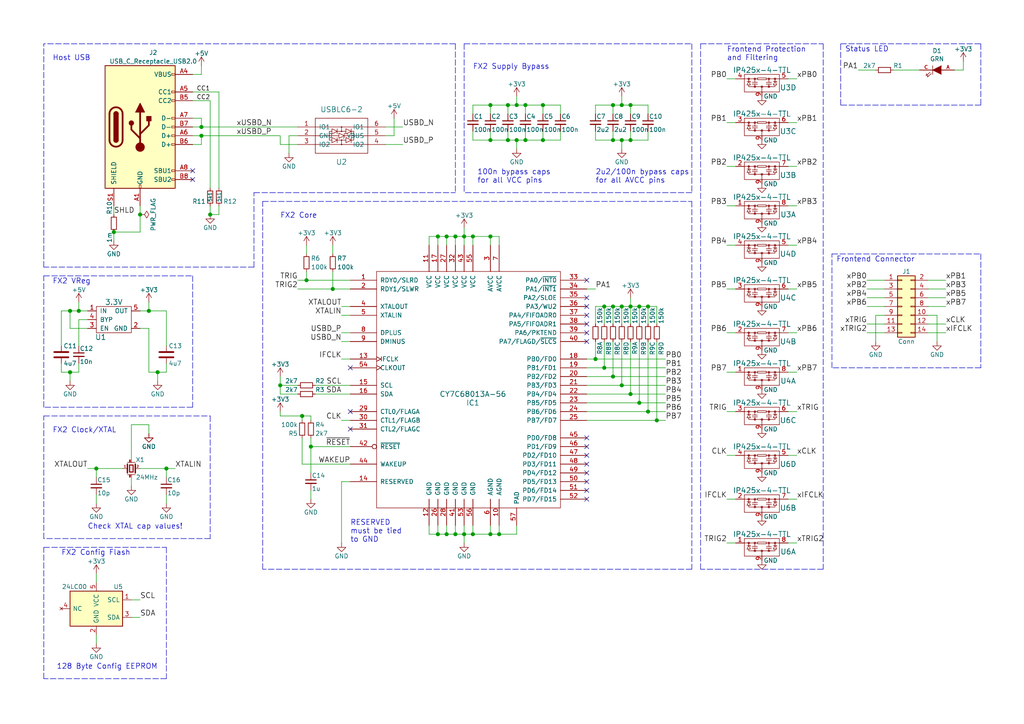
<source format=kicad_sch>
(kicad_sch (version 20230121) (generator eeschema)
  (paper "A4")
  (title_block (title "BitMagic-Basic") (rev "V1.1a") (company "1BitSquared") (comment 1 "License: CC-BY-SA V4.0") (comment 2 "(C) 2019-2020 1BitSquared <info@1bitsquared.com>") (comment 3 "(C) 2019-2020 Piotr Esden-Tempski <piotr@esden.net>"))
  (junction (at 180.34 40.64) (diameter 1.016))
  (junction (at 182.88 114.3) (diameter 1.016))
  (junction (at 177.8 109.22) (diameter 1.016))
  (junction (at 87.63 120.65) (diameter 1.016))
  (junction (at 185.42 88.9) (diameter 1.016))
  (junction (at 172.72 104.14) (diameter 1.016))
  (junction (at 182.88 40.64) (diameter 1.016))
  (junction (at 129.54 68.58) (diameter 1.016))
  (junction (at 58.42 36.83) (diameter 1.016))
  (junction (at 58.42 39.37) (diameter 1.016))
  (junction (at 40.64 62.23) (diameter 1.016))
  (junction (at 185.42 116.84) (diameter 1.016))
  (junction (at 177.8 88.9) (diameter 1.016))
  (junction (at 149.86 40.64) (diameter 1.016))
  (junction (at 187.96 119.38) (diameter 1.016))
  (junction (at 137.16 68.58) (diameter 1.016))
  (junction (at 96.52 83.82) (diameter 1.016))
  (junction (at 180.34 111.76) (diameter 1.016))
  (junction (at 152.4 30.48) (diameter 1.016))
  (junction (at 134.62 68.58) (diameter 1.016))
  (junction (at 27.94 135.89) (diameter 1.016))
  (junction (at 132.08 68.58) (diameter 1.016))
  (junction (at 177.8 30.48) (diameter 1.016))
  (junction (at 157.48 40.64) (diameter 1.016))
  (junction (at 142.24 154.94) (diameter 1.016))
  (junction (at 190.5 121.92) (diameter 1.016))
  (junction (at 132.08 154.94) (diameter 1.016))
  (junction (at 144.78 154.94) (diameter 1.016))
  (junction (at 127 68.58) (diameter 1.016))
  (junction (at 147.32 30.48) (diameter 1.016))
  (junction (at 142.24 30.48) (diameter 1.016))
  (junction (at 182.88 30.48) (diameter 1.016))
  (junction (at 90.17 129.54) (diameter 1.016))
  (junction (at 20.32 107.95) (diameter 1.016))
  (junction (at 60.96 62.23) (diameter 1.016))
  (junction (at 142.24 68.58) (diameter 1.016))
  (junction (at 149.86 30.48) (diameter 1.016))
  (junction (at 180.34 88.9) (diameter 1.016))
  (junction (at 20.32 90.17) (diameter 1.016))
  (junction (at 43.18 90.17) (diameter 1.016))
  (junction (at 175.26 88.9) (diameter 1.016))
  (junction (at 147.32 40.64) (diameter 1.016))
  (junction (at 88.9 81.28) (diameter 1.016))
  (junction (at 137.16 154.94) (diameter 1.016))
  (junction (at 134.62 154.94) (diameter 1.016))
  (junction (at 33.02 67.31) (diameter 1.016))
  (junction (at 180.34 30.48) (diameter 1.016))
  (junction (at 142.24 40.64) (diameter 1.016))
  (junction (at 175.26 106.68) (diameter 1.016))
  (junction (at 182.88 88.9) (diameter 1.016))
  (junction (at 177.8 40.64) (diameter 1.016))
  (junction (at 157.48 30.48) (diameter 1.016))
  (junction (at 81.28 111.76) (diameter 1.016))
  (junction (at 187.96 88.9) (diameter 1.016))
  (junction (at 129.54 154.94) (diameter 1.016))
  (junction (at 45.72 107.95) (diameter 1.016))
  (junction (at 127 154.94) (diameter 1.016))
  (junction (at 152.4 40.64) (diameter 1.016))
  (junction (at 22.86 90.17) (diameter 1.016))
  (junction (at 48.26 135.89) (diameter 1.016))
  (no_connect (at 170.18 99.06))
  (no_connect (at 170.18 144.78))
  (no_connect (at 55.88 49.53))
  (no_connect (at 170.18 134.62))
  (no_connect (at 101.6 106.68))
  (no_connect (at 170.18 88.9))
  (no_connect (at 170.18 93.98))
  (no_connect (at 170.18 139.7))
  (no_connect (at 170.18 91.44))
  (no_connect (at 170.18 142.24))
  (no_connect (at 170.18 81.28))
  (no_connect (at 170.18 137.16))
  (no_connect (at 170.18 129.54))
  (no_connect (at 170.18 132.08))
  (no_connect (at 170.18 86.36))
  (no_connect (at 170.18 127))
  (no_connect (at 170.18 96.52))
  (no_connect (at 101.6 119.38))
  (no_connect (at 55.88 52.07))
  (no_connect (at 101.6 124.46))
  (wire (pts (xy 101.6 104.14) (xy 99.06 104.14)))
  (wire (pts (xy 228.6 59.69) (xy 231.14 59.69)))
  (wire (pts (xy 254 91.44) (xy 254 99.06)))
  (wire (pts (xy 175.26 106.68) (xy 193.04 106.68)))
  (wire (pts (xy 213.36 132.08) (xy 210.82 132.08)))
  (polyline (pts (xy 12.7 120.65) (xy 60.96 120.65)) (stroke (width 0) (type dash)))
  (wire (pts (xy 142.24 40.64) (xy 147.32 40.64)))
  (wire (pts (xy 55.88 26.67) (xy 63.5 26.67)))
  (wire (pts (xy 45.72 107.95) (xy 48.26 107.95)))
  (wire (pts (xy 172.72 38.1) (xy 172.72 40.64)))
  (wire (pts (xy 269.24 96.52) (xy 274.32 96.52)))
  (wire (pts (xy 134.62 68.58) (xy 134.62 71.12)))
  (wire (pts (xy 256.54 81.28) (xy 251.46 81.28)))
  (polyline (pts (xy 200.66 12.7) (xy 200.66 55.88)) (stroke (width 0) (type dash)))
  (wire (pts (xy 228.6 107.95) (xy 231.14 107.95)))
  (wire (pts (xy 124.46 71.12) (xy 124.46 68.58)))
  (wire (pts (xy 58.42 21.59) (xy 58.42 19.05)))
  (wire (pts (xy 180.34 111.76) (xy 180.34 99.06)))
  (wire (pts (xy 20.32 107.95) (xy 20.32 110.49)))
  (wire (pts (xy 180.34 93.98) (xy 180.34 88.9)))
  (polyline (pts (xy 12.7 156.21) (xy 12.7 120.65)) (stroke (width 0) (type dash)))
  (wire (pts (xy 25.4 92.71) (xy 22.86 92.71)))
  (polyline (pts (xy 200.66 58.42) (xy 200.66 165.1)) (stroke (width 0) (type dash)))
  (wire (pts (xy 40.64 90.17) (xy 43.18 90.17)))
  (wire (pts (xy 185.42 88.9) (xy 187.96 88.9)))
  (wire (pts (xy 259.08 20.32) (xy 266.7 20.32)))
  (wire (pts (xy 81.28 39.37) (xy 81.28 41.91)))
  (polyline (pts (xy 284.48 12.7) (xy 284.48 30.48)) (stroke (width 0) (type dash)))
  (wire (pts (xy 17.78 90.17) (xy 17.78 100.33)))
  (wire (pts (xy 25.4 95.25) (xy 20.32 95.25)))
  (wire (pts (xy 17.78 105.41) (xy 17.78 107.95)))
  (wire (pts (xy 101.6 111.76) (xy 91.44 111.76)))
  (polyline (pts (xy 60.96 120.65) (xy 60.96 156.21)) (stroke (width 0) (type dash)))
  (wire (pts (xy 152.4 40.64) (xy 157.48 40.64)))
  (wire (pts (xy 99.06 139.7) (xy 99.06 157.48)))
  (wire (pts (xy 228.6 35.56) (xy 231.14 35.56)))
  (wire (pts (xy 170.18 121.92) (xy 190.5 121.92)))
  (wire (pts (xy 101.6 83.82) (xy 96.52 83.82)))
  (wire (pts (xy 88.9 73.66) (xy 88.9 71.12)))
  (wire (pts (xy 132.08 71.12) (xy 132.08 68.58)))
  (wire (pts (xy 187.96 40.64) (xy 187.96 38.1)))
  (wire (pts (xy 172.72 104.14) (xy 193.04 104.14)))
  (wire (pts (xy 43.18 123.19) (xy 43.18 125.73)))
  (polyline (pts (xy 73.66 77.47) (xy 73.66 55.88)) (stroke (width 0) (type dash)))
  (wire (pts (xy 43.18 107.95) (xy 45.72 107.95)))
  (wire (pts (xy 124.46 154.94) (xy 127 154.94)))
  (wire (pts (xy 40.64 95.25) (xy 43.18 95.25)))
  (polyline (pts (xy 12.7 80.01) (xy 55.88 80.01)) (stroke (width 0) (type dash)))
  (wire (pts (xy 170.18 106.68) (xy 175.26 106.68)))
  (wire (pts (xy 172.72 33.02) (xy 172.72 30.48)))
  (wire (pts (xy 101.6 91.44) (xy 99.06 91.44)))
  (wire (pts (xy 147.32 38.1) (xy 147.32 40.64)))
  (wire (pts (xy 228.6 144.78) (xy 231.14 144.78)))
  (wire (pts (xy 213.36 157.48) (xy 210.82 157.48)))
  (wire (pts (xy 187.96 30.48) (xy 187.96 33.02)))
  (wire (pts (xy 175.26 93.98) (xy 175.26 88.9)))
  (wire (pts (xy 142.24 68.58) (xy 144.78 68.58)))
  (wire (pts (xy 129.54 154.94) (xy 132.08 154.94)))
  (wire (pts (xy 101.6 121.92) (xy 99.06 121.92)))
  (polyline (pts (xy 48.26 158.75) (xy 48.26 196.85)) (stroke (width 0) (type dash)))
  (wire (pts (xy 132.08 68.58) (xy 134.62 68.58)))
  (wire (pts (xy 172.72 30.48) (xy 177.8 30.48)))
  (polyline (pts (xy 12.7 118.11) (xy 12.7 80.01)) (stroke (width 0) (type dash)))
  (polyline (pts (xy 203.2 165.1) (xy 203.2 12.7)) (stroke (width 0) (type dash)))
  (wire (pts (xy 58.42 39.37) (xy 81.28 39.37)))
  (wire (pts (xy 22.86 92.71) (xy 22.86 100.33)))
  (wire (pts (xy 182.88 30.48) (xy 187.96 30.48)))
  (wire (pts (xy 132.08 152.4) (xy 132.08 154.94)))
  (wire (pts (xy 58.42 36.83) (xy 86.36 36.83)))
  (wire (pts (xy 279.4 20.32) (xy 279.4 17.78)))
  (wire (pts (xy 185.42 116.84) (xy 193.04 116.84)))
  (wire (pts (xy 228.6 119.38) (xy 231.14 119.38)))
  (wire (pts (xy 142.24 33.02) (xy 142.24 30.48)))
  (wire (pts (xy 162.56 30.48) (xy 162.56 33.02)))
  (wire (pts (xy 172.72 88.9) (xy 175.26 88.9)))
  (wire (pts (xy 86.36 111.76) (xy 81.28 111.76)))
  (wire (pts (xy 177.8 88.9) (xy 180.34 88.9)))
  (wire (pts (xy 187.96 119.38) (xy 193.04 119.38)))
  (wire (pts (xy 48.26 135.89) (xy 48.26 138.43)))
  (wire (pts (xy 149.86 40.64) (xy 152.4 40.64)))
  (wire (pts (xy 27.94 184.15) (xy 27.94 186.69)))
  (wire (pts (xy 170.18 83.82) (xy 172.72 83.82)))
  (wire (pts (xy 137.16 71.12) (xy 137.16 68.58)))
  (wire (pts (xy 40.64 135.89) (xy 48.26 135.89)))
  (wire (pts (xy 101.6 88.9) (xy 99.06 88.9)))
  (wire (pts (xy 142.24 71.12) (xy 142.24 68.58)))
  (wire (pts (xy 63.5 26.67) (xy 63.5 54.61)))
  (wire (pts (xy 88.9 81.28) (xy 101.6 81.28)))
  (wire (pts (xy 256.54 88.9) (xy 251.46 88.9)))
  (wire (pts (xy 147.32 30.48) (xy 149.86 30.48)))
  (wire (pts (xy 180.34 40.64) (xy 180.34 43.18)))
  (wire (pts (xy 38.1 179.07) (xy 40.64 179.07)))
  (wire (pts (xy 182.88 88.9) (xy 182.88 93.98)))
  (wire (pts (xy 43.18 90.17) (xy 48.26 90.17)))
  (wire (pts (xy 248.92 20.32) (xy 254 20.32)))
  (wire (pts (xy 101.6 96.52) (xy 99.06 96.52)))
  (wire (pts (xy 177.8 109.22) (xy 177.8 99.06)))
  (wire (pts (xy 134.62 152.4) (xy 134.62 154.94)))
  (wire (pts (xy 127 154.94) (xy 129.54 154.94)))
  (polyline (pts (xy 284.48 30.48) (xy 243.84 30.48)) (stroke (width 0) (type dash)))
  (wire (pts (xy 129.54 68.58) (xy 132.08 68.58)))
  (wire (pts (xy 60.96 59.69) (xy 60.96 62.23)))
  (wire (pts (xy 63.5 59.69) (xy 63.5 62.23)))
  (polyline (pts (xy 238.76 12.7) (xy 238.76 165.1)) (stroke (width 0) (type dash)))
  (wire (pts (xy 134.62 68.58) (xy 137.16 68.58)))
  (wire (pts (xy 175.26 106.68) (xy 175.26 99.06)))
  (polyline (pts (xy 284.48 73.66) (xy 284.48 106.68)) (stroke (width 0) (type dash)))
  (wire (pts (xy 137.16 40.64) (xy 142.24 40.64)))
  (wire (pts (xy 213.36 48.26) (xy 210.82 48.26)))
  (wire (pts (xy 149.86 30.48) (xy 149.86 27.94)))
  (wire (pts (xy 175.26 88.9) (xy 177.8 88.9)))
  (wire (pts (xy 157.48 33.02) (xy 157.48 30.48)))
  (wire (pts (xy 55.88 39.37) (xy 58.42 39.37)))
  (wire (pts (xy 182.88 40.64) (xy 187.96 40.64)))
  (wire (pts (xy 38.1 138.43) (xy 38.1 140.97)))
  (polyline (pts (xy 132.08 12.7) (xy 12.7 12.7)) (stroke (width 0) (type dash)))
  (wire (pts (xy 213.36 107.95) (xy 210.82 107.95)))
  (wire (pts (xy 87.63 127) (xy 87.63 134.62)))
  (wire (pts (xy 87.63 120.65) (xy 87.63 121.92)))
  (wire (pts (xy 172.72 104.14) (xy 172.72 99.06)))
  (wire (pts (xy 137.16 154.94) (xy 142.24 154.94)))
  (wire (pts (xy 177.8 93.98) (xy 177.8 88.9)))
  (polyline (pts (xy 12.7 158.75) (xy 48.26 158.75)) (stroke (width 0) (type dash)))
  (wire (pts (xy 101.6 99.06) (xy 99.06 99.06)))
  (wire (pts (xy 88.9 78.74) (xy 88.9 81.28)))
  (wire (pts (xy 271.78 91.44) (xy 271.78 99.06)))
  (wire (pts (xy 269.24 81.28) (xy 274.32 81.28)))
  (wire (pts (xy 269.24 86.36) (xy 274.32 86.36)))
  (wire (pts (xy 213.36 83.82) (xy 210.82 83.82)))
  (wire (pts (xy 20.32 95.25) (xy 20.32 90.17)))
  (wire (pts (xy 33.02 67.31) (xy 33.02 69.85)))
  (wire (pts (xy 269.24 83.82) (xy 274.32 83.82)))
  (polyline (pts (xy 76.2 58.42) (xy 200.66 58.42)) (stroke (width 0) (type dash)))
  (wire (pts (xy 190.5 121.92) (xy 193.04 121.92)))
  (wire (pts (xy 190.5 88.9) (xy 190.5 93.98)))
  (wire (pts (xy 101.6 139.7) (xy 99.06 139.7)))
  (polyline (pts (xy 134.62 12.7) (xy 134.62 55.88)) (stroke (width 0) (type dash)))
  (wire (pts (xy 170.18 104.14) (xy 172.72 104.14)))
  (polyline (pts (xy 76.2 165.1) (xy 76.2 58.42)) (stroke (width 0) (type dash)))
  (wire (pts (xy 87.63 120.65) (xy 90.17 120.65)))
  (wire (pts (xy 228.6 96.52) (xy 231.14 96.52)))
  (wire (pts (xy 190.5 121.92) (xy 190.5 99.06)))
  (wire (pts (xy 182.88 114.3) (xy 193.04 114.3)))
  (polyline (pts (xy 55.88 118.11) (xy 12.7 118.11)) (stroke (width 0) (type dash)))
  (wire (pts (xy 40.64 59.69) (xy 40.64 62.23)))
  (wire (pts (xy 22.86 107.95) (xy 22.86 105.41)))
  (wire (pts (xy 81.28 109.22) (xy 81.28 111.76)))
  (wire (pts (xy 60.96 29.21) (xy 60.96 54.61)))
  (wire (pts (xy 213.36 96.52) (xy 210.82 96.52)))
  (wire (pts (xy 58.42 39.37) (xy 58.42 41.91)))
  (wire (pts (xy 213.36 71.12) (xy 210.82 71.12)))
  (wire (pts (xy 177.8 33.02) (xy 177.8 30.48)))
  (wire (pts (xy 20.32 90.17) (xy 22.86 90.17)))
  (wire (pts (xy 172.72 93.98) (xy 172.72 88.9)))
  (wire (pts (xy 22.86 90.17) (xy 22.86 87.63)))
  (wire (pts (xy 152.4 30.48) (xy 157.48 30.48)))
  (wire (pts (xy 83.82 39.37) (xy 83.82 44.45)))
  (wire (pts (xy 48.26 90.17) (xy 48.26 100.33)))
  (wire (pts (xy 90.17 129.54) (xy 90.17 137.16)))
  (wire (pts (xy 162.56 40.64) (xy 162.56 38.1)))
  (wire (pts (xy 43.18 90.17) (xy 43.18 87.63)))
  (wire (pts (xy 111.76 36.83) (xy 116.84 36.83)))
  (wire (pts (xy 48.26 135.89) (xy 50.8 135.89)))
  (wire (pts (xy 170.18 109.22) (xy 177.8 109.22)))
  (wire (pts (xy 187.96 88.9) (xy 190.5 88.9)))
  (wire (pts (xy 213.36 119.38) (xy 210.82 119.38)))
  (wire (pts (xy 157.48 30.48) (xy 162.56 30.48)))
  (wire (pts (xy 124.46 68.58) (xy 127 68.58)))
  (wire (pts (xy 180.34 30.48) (xy 180.34 27.94)))
  (wire (pts (xy 22.86 90.17) (xy 25.4 90.17)))
  (wire (pts (xy 177.8 30.48) (xy 180.34 30.48)))
  (wire (pts (xy 149.86 154.94) (xy 149.86 152.4)))
  (wire (pts (xy 185.42 116.84) (xy 185.42 99.06)))
  (wire (pts (xy 17.78 107.95) (xy 20.32 107.95)))
  (wire (pts (xy 87.63 134.62) (xy 101.6 134.62)))
  (wire (pts (xy 256.54 91.44) (xy 254 91.44)))
  (wire (pts (xy 213.36 144.78) (xy 210.82 144.78)))
  (wire (pts (xy 142.24 154.94) (xy 144.78 154.94)))
  (polyline (pts (xy 200.66 165.1) (xy 76.2 165.1)) (stroke (width 0) (type dash)))
  (wire (pts (xy 256.54 86.36) (xy 251.46 86.36)))
  (wire (pts (xy 25.4 135.89) (xy 27.94 135.89)))
  (wire (pts (xy 137.16 152.4) (xy 137.16 154.94)))
  (wire (pts (xy 137.16 38.1) (xy 137.16 40.64)))
  (wire (pts (xy 157.48 40.64) (xy 162.56 40.64)))
  (wire (pts (xy 172.72 40.64) (xy 177.8 40.64)))
  (polyline (pts (xy 134.62 12.7) (xy 200.66 12.7)) (stroke (width 0) (type dash)))
  (wire (pts (xy 269.24 93.98) (xy 274.32 93.98)))
  (wire (pts (xy 101.6 129.54) (xy 90.17 129.54)))
  (wire (pts (xy 269.24 91.44) (xy 271.78 91.44)))
  (wire (pts (xy 180.34 111.76) (xy 193.04 111.76)))
  (wire (pts (xy 33.02 59.69) (xy 33.02 62.23)))
  (wire (pts (xy 256.54 93.98) (xy 251.46 93.98)))
  (wire (pts (xy 81.28 120.65) (xy 87.63 120.65)))
  (wire (pts (xy 144.78 154.94) (xy 144.78 152.4)))
  (wire (pts (xy 137.16 30.48) (xy 142.24 30.48)))
  (wire (pts (xy 129.54 152.4) (xy 129.54 154.94)))
  (wire (pts (xy 137.16 33.02) (xy 137.16 30.48)))
  (polyline (pts (xy 60.96 156.21) (xy 12.7 156.21)) (stroke (width 0) (type dash)))
  (wire (pts (xy 137.16 68.58) (xy 142.24 68.58)))
  (wire (pts (xy 40.64 67.31) (xy 33.02 67.31)))
  (wire (pts (xy 38.1 123.19) (xy 43.18 123.19)))
  (wire (pts (xy 213.36 22.86) (xy 210.82 22.86)))
  (wire (pts (xy 90.17 142.24) (xy 90.17 144.78)))
  (wire (pts (xy 60.96 62.23) (xy 63.5 62.23)))
  (wire (pts (xy 177.8 38.1) (xy 177.8 40.64)))
  (wire (pts (xy 81.28 119.38) (xy 81.28 120.65)))
  (polyline (pts (xy 203.2 12.7) (xy 238.76 12.7)) (stroke (width 0) (type dash)))
  (wire (pts (xy 182.88 33.02) (xy 182.88 30.48)))
  (wire (pts (xy 134.62 154.94) (xy 137.16 154.94)))
  (wire (pts (xy 86.36 81.28) (xy 88.9 81.28)))
  (wire (pts (xy 142.24 152.4) (xy 142.24 154.94)))
  (wire (pts (xy 177.8 109.22) (xy 193.04 109.22)))
  (polyline (pts (xy 55.88 80.01) (xy 55.88 118.11)) (stroke (width 0) (type dash)))
  (polyline (pts (xy 132.08 12.7) (xy 132.08 55.88)) (stroke (width 0) (type dash)))
  (wire (pts (xy 86.36 39.37) (xy 83.82 39.37)))
  (wire (pts (xy 81.28 111.76) (xy 81.28 114.3)))
  (wire (pts (xy 177.8 40.64) (xy 180.34 40.64)))
  (wire (pts (xy 213.36 59.69) (xy 210.82 59.69)))
  (wire (pts (xy 114.3 39.37) (xy 114.3 34.29)))
  (wire (pts (xy 55.88 29.21) (xy 60.96 29.21)))
  (wire (pts (xy 55.88 41.91) (xy 58.42 41.91)))
  (wire (pts (xy 55.88 36.83) (xy 58.42 36.83)))
  (wire (pts (xy 81.28 41.91) (xy 86.36 41.91)))
  (wire (pts (xy 124.46 152.4) (xy 124.46 154.94)))
  (wire (pts (xy 228.6 132.08) (xy 231.14 132.08)))
  (wire (pts (xy 38.1 173.99) (xy 40.64 173.99)))
  (wire (pts (xy 134.62 66.04) (xy 134.62 68.58)))
  (wire (pts (xy 129.54 71.12) (xy 129.54 68.58)))
  (polyline (pts (xy 284.48 106.68) (xy 241.3 106.68)) (stroke (width 0) (type dash)))
  (wire (pts (xy 43.18 95.25) (xy 43.18 107.95)))
  (wire (pts (xy 27.94 143.51) (xy 27.94 146.05)))
  (wire (pts (xy 134.62 154.94) (xy 134.62 157.48)))
  (wire (pts (xy 40.64 62.23) (xy 40.64 67.31)))
  (wire (pts (xy 127 68.58) (xy 129.54 68.58)))
  (wire (pts (xy 142.24 38.1) (xy 142.24 40.64)))
  (wire (pts (xy 111.76 41.91) (xy 116.84 41.91)))
  (wire (pts (xy 27.94 135.89) (xy 35.56 135.89)))
  (wire (pts (xy 180.34 40.64) (xy 182.88 40.64)))
  (wire (pts (xy 149.86 30.48) (xy 152.4 30.48)))
  (wire (pts (xy 170.18 116.84) (xy 185.42 116.84)))
  (polyline (pts (xy 73.66 55.88) (xy 132.08 55.88)) (stroke (width 0) (type dash)))
  (wire (pts (xy 170.18 119.38) (xy 187.96 119.38)))
  (polyline (pts (xy 12.7 77.47) (xy 12.7 12.7)) (stroke (width 0) (type dash)))
  (wire (pts (xy 55.88 21.59) (xy 58.42 21.59)))
  (wire (pts (xy 185.42 93.98) (xy 185.42 88.9)))
  (wire (pts (xy 228.6 22.86) (xy 231.14 22.86)))
  (wire (pts (xy 182.88 88.9) (xy 185.42 88.9)))
  (wire (pts (xy 256.54 96.52) (xy 251.46 96.52)))
  (wire (pts (xy 101.6 114.3) (xy 91.44 114.3)))
  (wire (pts (xy 228.6 83.82) (xy 231.14 83.82)))
  (wire (pts (xy 55.88 34.29) (xy 58.42 34.29)))
  (wire (pts (xy 228.6 71.12) (xy 231.14 71.12)))
  (polyline (pts (xy 73.66 77.47) (xy 12.7 77.47)) (stroke (width 0) (type dash)))
  (wire (pts (xy 149.86 40.64) (xy 149.86 43.18)))
  (wire (pts (xy 38.1 133.35) (xy 38.1 123.19)))
  (wire (pts (xy 182.88 114.3) (xy 182.88 99.06)))
  (polyline (pts (xy 241.3 106.68) (xy 241.3 73.66)) (stroke (width 0) (type dash)))
  (wire (pts (xy 269.24 88.9) (xy 274.32 88.9)))
  (wire (pts (xy 27.94 168.91) (xy 27.94 166.37)))
  (wire (pts (xy 276.86 20.32) (xy 279.4 20.32)))
  (wire (pts (xy 17.78 90.17) (xy 20.32 90.17)))
  (wire (pts (xy 187.96 119.38) (xy 187.96 99.06)))
  (wire (pts (xy 45.72 107.95) (xy 45.72 110.49)))
  (wire (pts (xy 228.6 48.26) (xy 231.14 48.26)))
  (wire (pts (xy 144.78 68.58) (xy 144.78 71.12)))
  (wire (pts (xy 111.76 39.37) (xy 114.3 39.37)))
  (wire (pts (xy 180.34 30.48) (xy 182.88 30.48)))
  (wire (pts (xy 147.32 40.64) (xy 149.86 40.64)))
  (wire (pts (xy 96.52 71.12) (xy 96.52 73.66)))
  (polyline (pts (xy 12.7 196.85) (xy 12.7 158.75)) (stroke (width 0) (type dash)))
  (wire (pts (xy 144.78 154.94) (xy 149.86 154.94)))
  (wire (pts (xy 127 152.4) (xy 127 154.94)))
  (wire (pts (xy 48.26 107.95) (xy 48.26 105.41)))
  (wire (pts (xy 187.96 93.98) (xy 187.96 88.9)))
  (wire (pts (xy 180.34 88.9) (xy 182.88 88.9)))
  (wire (pts (xy 96.52 83.82) (xy 96.52 78.74)))
  (wire (pts (xy 213.36 35.56) (xy 210.82 35.56)))
  (wire (pts (xy 96.52 83.82) (xy 86.36 83.82)))
  (wire (pts (xy 90.17 127) (xy 90.17 129.54)))
  (wire (pts (xy 48.26 143.51) (xy 48.26 146.05)))
  (polyline (pts (xy 238.76 165.1) (xy 203.2 165.1)) (stroke (width 0) (type dash)))
  (wire (pts (xy 228.6 157.48) (xy 231.14 157.48)))
  (wire (pts (xy 147.32 33.02) (xy 147.32 30.48)))
  (wire (pts (xy 170.18 114.3) (xy 182.88 114.3)))
  (polyline (pts (xy 241.3 73.66) (xy 284.48 73.66)) (stroke (width 0) (type dash)))
  (wire (pts (xy 27.94 135.89) (xy 27.94 138.43)))
  (wire (pts (xy 182.88 38.1) (xy 182.88 40.64)))
  (polyline (pts (xy 243.84 12.7) (xy 284.48 12.7)) (stroke (width 0) (type dash)))
  (polyline (pts (xy 200.66 55.88) (xy 134.62 55.88)) (stroke (width 0) (type dash)))
  (wire (pts (xy 152.4 38.1) (xy 152.4 40.64)))
  (wire (pts (xy 182.88 86.36) (xy 182.88 88.9)))
  (wire (pts (xy 142.24 30.48) (xy 147.32 30.48)))
  (wire (pts (xy 81.28 114.3) (xy 86.36 114.3)))
  (wire (pts (xy 152.4 33.02) (xy 152.4 30.48)))
  (wire (pts (xy 127 71.12) (xy 127 68.58)))
  (wire (pts (xy 256.54 83.82) (xy 251.46 83.82)))
  (wire (pts (xy 90.17 120.65) (xy 90.17 121.92)))
  (wire (pts (xy 132.08 154.94) (xy 134.62 154.94)))
  (wire (pts (xy 157.48 38.1) (xy 157.48 40.64)))
  (polyline (pts (xy 243.84 30.48) (xy 243.84 12.7)) (stroke (width 0) (type dash)))
  (wire (pts (xy 170.18 111.76) (xy 180.34 111.76)))
  (wire (pts (xy 58.42 36.83) (xy 58.42 34.29)))
  (polyline (pts (xy 48.26 196.85) (xy 12.7 196.85)) (stroke (width 0) (type dash)))
  (wire (pts (xy 20.32 107.95) (xy 22.86 107.95)))
  (text "100n bypass caps\nfor all VCC pins" (at 138.43 53.34 0) (effects (font (size 1.524 1.524)) (justify left bottom)))
  (text "FX2 Core" (at 81.28 63.5 0) (effects (font (size 1.524 1.524)) (justify left bottom)))
  (text "Check XTAL cap values!" (at 25.4 153.67 0) (effects (font (size 1.524 1.524)) (justify left bottom)))
  (text "Host USB" (at 15.24 17.78 0) (effects (font (size 1.524 1.524)) (justify left bottom)))
  (text "RESERVED\nmust be tied\nto GND" (at 101.6 157.48 0) (effects (font (size 1.524 1.524)) (justify left bottom)))
  (text "FX2 Clock/XTAL" (at 15.24 125.73 0) (effects (font (size 1.524 1.524)) (justify left bottom)))
  (text "Status LED" (at 245.11 15.24 0) (effects (font (size 1.524 1.524)) (justify left bottom)))
  (text "Frontend Connector" (at 242.57 76.2 0) (effects (font (size 1.524 1.524)) (justify left bottom)))
  (text "128 Byte Config EEPROM" (at 45.72 194.31 0) (effects (font (size 1.524 1.524)) (justify right bottom)))
  (text "2u2/100n bypass caps\nfor all AVCC pins" (at 172.72 53.34 0) (effects (font (size 1.524 1.524)) (justify left bottom)))
  (text "Frontend Protection\nand Filtering" (at 210.82 17.78 0) (effects (font (size 1.524 1.524)) (justify left bottom)))
  (text "FX2 VReg" (at 15.24 82.55 0) (effects (font (size 1.524 1.524)) (justify left bottom)))
  (text "FX2 Supply Bypass" (at 137.16 20.32 0) (effects (font (size 1.524 1.524)) (justify left bottom)))
  (text "FX2 Config Flash" (at 17.78 161.29 0) (effects (font (size 1.524 1.524)) (justify left bottom)))
  (label "CLK" (at 210.82 132.08 180) (effects (font (size 1.524 1.524))))
  (label "CC1" (at 60.96 26.67 180))
  (label "xCLK" (at 274.32 93.98 0) (effects (font (size 1.524 1.524))))
  (label "CLK" (at 99.06 121.92 180) (effects (font (size 1.524 1.524))))
  (label "xTRIG" (at 251.46 93.98 180) (effects (font (size 1.524 1.524))))
  (label "xPB4" (at 251.46 86.36 180) (effects (font (size 1.524 1.524))))
  (label "XTALIN" (at 50.8 135.89 0) (effects (font (size 1.524 1.524))))
  (label "xPB7" (at 231.14 107.95 0) (effects (font (size 1.524 1.524))))
  (label "PB3" (at 193.04 111.76 0) (effects (font (size 1.524 1.524))))
  (label "xPB1" (at 231.14 35.56 0) (effects (font (size 1.524 1.524))))
  (label "xPB1" (at 274.32 81.28 0) (effects (font (size 1.524 1.524))))
  (label "PB3" (at 210.82 59.69 180) (effects (font (size 1.524 1.524))))
  (label "PB2" (at 210.82 48.26 180) (effects (font (size 1.524 1.524))))
  (label "xCLK" (at 231.14 132.08 0) (effects (font (size 1.524 1.524))))
  (label "PB5" (at 210.82 83.82 180) (effects (font (size 1.524 1.524))))
  (label "PB1" (at 210.82 35.56 180) (effects (font (size 1.524 1.524))))
  (label "PB1" (at 193.04 106.68 0) (effects (font (size 1.524 1.524))))
  (label "USBD_P" (at 116.84 41.91 0) (effects (font (size 1.524 1.524))))
  (label "xPB7" (at 274.32 88.9 0) (effects (font (size 1.524 1.524))))
  (label "xPB3" (at 231.14 59.69 0) (effects (font (size 1.524 1.524))))
  (label "xIFCLK" (at 231.14 144.78 0) (effects (font (size 1.524 1.524))))
  (label "PB0" (at 210.82 22.86 180) (effects (font (size 1.524 1.524))))
  (label "USBD_N" (at 99.06 99.06 180) (effects (font (size 1.524 1.524))))
  (label "xTRIG" (at 231.14 119.38 0) (effects (font (size 1.524 1.524))))
  (label "xPB0" (at 231.14 22.86 0) (effects (font (size 1.524 1.524))))
  (label "PB7" (at 193.04 121.92 0) (effects (font (size 1.524 1.524))))
  (label "xTRIG2" (at 231.14 157.48 0) (effects (font (size 1.524 1.524))))
  (label "xPB2" (at 231.14 48.26 0) (effects (font (size 1.524 1.524))))
  (label "XTALOUT" (at 25.4 135.89 180) (effects (font (size 1.524 1.524))))
  (label "xPB4" (at 231.14 71.12 0) (effects (font (size 1.524 1.524))))
  (label "xPB3" (at 274.32 83.82 0) (effects (font (size 1.524 1.524))))
  (label "~{RESET}" (at 101.6 129.54 180) (effects (font (size 1.524 1.524))))
  (label "xUSBD_P" (at 68.58 39.37 0) (effects (font (size 1.524 1.524))))
  (label "PB0" (at 193.04 104.14 0) (effects (font (size 1.524 1.524))))
  (label "xPB6" (at 231.14 96.52 0) (effects (font (size 1.524 1.524))))
  (label "xPB5" (at 274.32 86.36 0) (effects (font (size 1.524 1.524))))
  (label "PB6" (at 193.04 119.38 0) (effects (font (size 1.524 1.524))))
  (label "PB6" (at 210.82 96.52 180) (effects (font (size 1.524 1.524))))
  (label "xPB5" (at 231.14 83.82 0) (effects (font (size 1.524 1.524))))
  (label "PB5" (at 193.04 116.84 0) (effects (font (size 1.524 1.524))))
  (label "TRIG" (at 86.36 81.28 180) (effects (font (size 1.524 1.524))))
  (label "TRIG2" (at 210.82 157.48 180) (effects (font (size 1.524 1.524))))
  (label "PB2" (at 193.04 109.22 0) (effects (font (size 1.524 1.524))))
  (label "WAKEUP" (at 101.6 134.62 180) (effects (font (size 1.524 1.524))))
  (label "PB7" (at 210.82 107.95 180) (effects (font (size 1.524 1.524))))
  (label "SCL" (at 40.64 173.99 0) (effects (font (size 1.524 1.524))))
  (label "IFCLK" (at 99.06 104.14 180) (effects (font (size 1.524 1.524))))
  (label "IFCLK" (at 210.82 144.78 180) (effects (font (size 1.524 1.524))))
  (label "xUSBD_N" (at 68.58 36.83 0) (effects (font (size 1.524 1.524))))
  (label "PA1" (at 172.72 83.82 0) (effects (font (size 1.524 1.524))))
  (label "PA1" (at 248.92 20.32 180) (effects (font (size 1.524 1.524))))
  (label "xTRIG2" (at 251.46 96.52 180) (effects (font (size 1.524 1.524))))
  (label "XTALIN" (at 99.06 91.44 180) (effects (font (size 1.524 1.524))))
  (label "PB4" (at 193.04 114.3 0) (effects (font (size 1.524 1.524))))
  (label "XTALOUT" (at 99.06 88.9 180) (effects (font (size 1.524 1.524))))
  (label "SDA" (at 99.06 114.3 180) (effects (font (size 1.524 1.524))))
  (label "PB4" (at 210.82 71.12 180) (effects (font (size 1.524 1.524))))
  (label "SDA" (at 40.64 179.07 0) (effects (font (size 1.524 1.524))))
  (label "xPB0" (at 251.46 81.28 180) (effects (font (size 1.524 1.524))))
  (label "xPB6" (at 251.46 88.9 180) (effects (font (size 1.524 1.524))))
  (label "USBD_N" (at 116.84 36.83 0) (effects (font (size 1.524 1.524))))
  (label "TRIG2" (at 86.36 83.82 180) (effects (font (size 1.524 1.524))))
  (label "xPB2" (at 251.46 83.82 180) (effects (font (size 1.524 1.524))))
  (label "xIFCLK" (at 274.32 96.52 0) (effects (font (size 1.524 1.524))))
  (label "TRIG" (at 210.82 119.38 180) (effects (font (size 1.524 1.524))))
  (label "SHLD" (at 33.02 62.23 0) (effects (font (size 1.524 1.524))))
  (label "USBD_P" (at 99.06 96.52 180) (effects (font (size 1.524 1.524))))
  (label "CC2" (at 60.96 29.21 180))
  (label "SCL" (at 99.06 111.76 180) (effects (font (size 1.524 1.524))))
  (symbol (lib_id "pkl_cypress:CY7C68013A-56") (at 137.16 114.3 0) (unit 1)
    (property "Reference" "IC1" (at 137.16 116.84 0) (effects (font (size 1.524 1.524))))
    (property "Value" "CY7C68013A-56" (at 137.16 114.3 0) (effects (font (size 1.524 1.524))))
    (property "Footprint" "pkl_housings_dfn_qfn:QFN-56-1EP_8x8mm_Pitch0.5mm" (effects hide))
    (property "Key" "ic-cy7c68013a-56" (effects hide))
    (property "Source" "ANY" (effects hide))
    (property "MFN" "CY768013A-56" (effects hide))
    (property "Manufacturer" "Cypress" (effects hide))
  )
  (symbol (lib_id "pkl_device:pkl_C_Small") (at 90.17 139.7 0) (unit 1)
    (property "Reference" "C14" (at 90.424 137.922 0) (effects (justify left)))
    (property "Value" "1u" (at 90.424 141.732 0) (effects (justify left)))
    (property "Footprint" "pkl_dipol:C_0402" (effects hide))
    (property "Key" "cap-cer-0402-1u" (effects hide))
    (property "Source" "ANY" (effects hide))
  )
  (symbol (lib_id "pkl_device:pkl_R_Small") (at 88.9 111.76 270) (unit 1)
    (property "Reference" "R2" (at 91.44 110.49 90) (effects (justify left)))
    (property "Value" "2k7" (at 86.36 110.49 90) (effects (justify right)))
    (property "Footprint" "pkl_dipol:R_0402" (effects hide))
    (property "Key" "res-0402-2k7" (effects hide))
    (property "Source" "ANY" (effects hide))
  )
  (symbol (lib_id "power:+3V3") (at 134.62 66.04 0) (unit 1)
    (property "Reference" "#PWR01" (effects hide))
    (property "Value" "+3V3" (at 134.62 62.484 0))
  )
  (symbol (lib_id "pkl_device:pkl_R_Small") (at 88.9 114.3 270) (unit 1)
    (property "Reference" "R3" (at 91.44 113.03 90) (effects (justify left)))
    (property "Value" "2k7" (at 86.36 113.03 90) (effects (justify right)))
    (property "Footprint" "pkl_dipol:R_0402" (effects hide))
    (property "Key" "res-0402-2k7" (effects hide))
    (property "Source" "ANY" (effects hide))
  )
  (symbol (lib_id "power:+3V3") (at 81.28 109.22 0) (unit 1)
    (property "Reference" "#PWR02" (effects hide))
    (property "Value" "+3V3" (at 81.28 105.664 0))
  )
  (symbol (lib_id "pkl_device:pkl_R_Small") (at 90.17 124.46 180) (unit 1)
    (property "Reference" "R4" (at 91.44 123.19 0) (effects (justify right)))
    (property "Value" "2k7" (at 91.44 125.73 0) (effects (justify right)))
    (property "Footprint" "pkl_dipol:R_0402" (effects hide))
    (property "Key" "res-0402-2k7" (effects hide))
    (property "Source" "ANY" (effects hide))
  )
  (symbol (lib_id "pkl_device:pkl_R_Small") (at 87.63 124.46 180) (unit 1)
    (property "Reference" "R5" (at 86.36 125.73 0) (effects (justify left)))
    (property "Value" "100k" (at 86.36 123.19 0) (effects (justify left)))
    (property "Footprint" "pkl_dipol:R_0402" (effects hide))
    (property "Key" "res-0402-100k" (effects hide))
    (property "Source" "ANY" (effects hide))
  )
  (symbol (lib_id "power:+3V3") (at 81.28 119.38 0) (unit 1)
    (property "Reference" "#PWR03" (effects hide))
    (property "Value" "+3V3" (at 81.28 115.824 0))
  )
  (symbol (lib_id "power:GND") (at 90.17 144.78 0) (unit 1)
    (property "Reference" "#PWR04" (effects hide))
    (property "Value" "GND" (at 90.17 148.59 0))
  )
  (symbol (lib_id "power:GND") (at 99.06 157.48 0) (unit 1)
    (property "Reference" "#PWR05" (effects hide))
    (property "Value" "GND" (at 99.06 161.29 0))
  )
  (symbol (lib_id "power:GND") (at 134.62 157.48 0) (unit 1)
    (property "Reference" "#PWR06" (effects hide))
    (property "Value" "GND" (at 134.62 161.29 0))
  )
  (symbol (lib_id "pkl_device:pkl_LED") (at 271.78 20.32 0) (mirror y) (unit 1)
    (property "Reference" "D1" (at 271.78 14.732 0))
    (property "Value" "GRN" (at 271.78 17.0942 0))
    (property "Footprint" "pkl_dipol:D_0603" (effects hide))
    (property "Key" "led-0603-grn" (effects hide))
    (property "Source" "ANY" (effects hide))
    (property "Description" "150mcd @ 5mA" (effects hide))
    (property "MFN" "ORH-G36A" (effects hide))
    (property "Manufacturer" "Orient" (effects hide))
  )
  (symbol (lib_id "pkl_device:pkl_R_Small") (at 256.54 20.32 270) (unit 1)
    (property "Reference" "R1" (at 259.08 19.05 90) (effects (justify left)))
    (property "Value" "2k7" (at 254 19.05 90) (effects (justify right)))
    (property "Footprint" "pkl_dipol:R_0402" (effects hide))
    (property "Key" "res-0402-2k7" (effects hide))
    (property "Source" "ANY" (effects hide))
  )
  (symbol (lib_id "power:+5V") (at 58.42 19.05 0) (unit 1)
    (property "Reference" "#PWR08" (effects hide))
    (property "Value" "+5V" (at 58.42 15.494 0))
  )
  (symbol (lib_id "power:GND") (at 33.02 69.85 0) (unit 1)
    (property "Reference" "#PWR09" (effects hide))
    (property "Value" "GND" (at 33.02 73.66 0))
  )
  (symbol (lib_id "pkl_device:pkl_VREG_5PIN_FIXED") (at 33.02 92.71 0) (unit 1)
    (property "Reference" "U1" (at 29.21 97.79 0) (effects (font (size 1.524 1.524))))
    (property "Value" "3.3V" (at 33.02 87.63 0) (effects (font (size 1.524 1.524))))
    (property "Footprint" "pkl_housings_sot:SOT-23-5" (effects hide))
    (property "Key" "vreg-sot23-5-3v3" (effects hide))
    (property "Source" "ANY" (effects hide))
    (property "MFN" "SPX3819M5-L-3-3/TR" (effects hide))
    (property "Manufacturer" "MaxLinear" (effects hide))
  )
  (symbol (lib_id "pkl_device:pkl_C") (at 17.78 102.87 0) (unit 1)
    (property "Reference" "C11" (at 18.415 100.33 0) (effects (justify left)))
    (property "Value" "4u7" (at 18.415 105.41 0) (effects (justify left)))
    (property "Footprint" "pkl_dipol:C_0603" (effects hide))
    (property "Key" "cap-cer-0603-4u7" (effects hide))
    (property "Source" "ANY" (effects hide))
  )
  (symbol (lib_id "pkl_device:pkl_C_Small") (at 22.86 102.87 0) (unit 1)
    (property "Reference" "C12" (at 23.114 101.092 0) (effects (justify left)))
    (property "Value" "10n" (at 23.114 104.902 0) (effects (justify left)))
    (property "Footprint" "pkl_dipol:C_0402" (effects hide))
    (property "Key" "cap-cer-0402-10n" (effects hide))
    (property "Source" "ANY" (effects hide))
  )
  (symbol (lib_id "power:GND") (at 20.32 110.49 0) (unit 1)
    (property "Reference" "#PWR010" (effects hide))
    (property "Value" "GND" (at 20.32 114.3 0))
  )
  (symbol (lib_id "pkl_device:pkl_C") (at 48.26 102.87 0) (unit 1)
    (property "Reference" "C13" (at 48.895 100.33 0) (effects (justify left)))
    (property "Value" "4u7" (at 48.895 105.41 0) (effects (justify left)))
    (property "Footprint" "pkl_dipol:C_0603" (effects hide))
    (property "Key" "cap-cer-0603-4u7" (effects hide))
    (property "Source" "ANY" (effects hide))
  )
  (symbol (lib_id "power:GND") (at 45.72 110.49 0) (unit 1)
    (property "Reference" "#PWR011" (effects hide))
    (property "Value" "GND" (at 45.72 114.3 0))
  )
  (symbol (lib_id "power:+5V") (at 22.86 87.63 0) (unit 1)
    (property "Reference" "#PWR012" (effects hide))
    (property "Value" "+5V" (at 22.86 84.074 0))
  )
  (symbol (lib_id "power:+3V3") (at 43.18 87.63 0) (unit 1)
    (property "Reference" "#PWR013" (effects hide))
    (property "Value" "+3V3" (at 43.18 84.074 0))
  )
  (symbol (lib_id "pkl_device:pkl_C_Small") (at 137.16 35.56 0) (unit 1)
    (property "Reference" "C1" (at 137.414 33.782 0) (effects (justify left)))
    (property "Value" "100n" (at 137.414 37.592 0) (effects (justify left)))
    (property "Footprint" "pkl_dipol:C_0402" (effects hide))
    (property "Key" "cap-cer-0402-100n" (effects hide))
    (property "Source" "ANY" (effects hide))
  )
  (symbol (lib_id "pkl_device:pkl_C_Small") (at 142.24 35.56 0) (unit 1)
    (property "Reference" "C2" (at 142.494 33.782 0) (effects (justify left)))
    (property "Value" "100n" (at 142.494 37.592 0) (effects (justify left)))
    (property "Footprint" "pkl_dipol:C_0402" (effects hide))
    (property "Key" "cap-cer-0402-100n" (effects hide))
    (property "Source" "ANY" (effects hide))
  )
  (symbol (lib_id "pkl_device:pkl_C_Small") (at 147.32 35.56 0) (unit 1)
    (property "Reference" "C3" (at 147.574 33.782 0) (effects (justify left)))
    (property "Value" "100n" (at 147.574 37.592 0) (effects (justify left)))
    (property "Footprint" "pkl_dipol:C_0402" (effects hide))
    (property "Key" "cap-cer-0402-100n" (effects hide))
    (property "Source" "ANY" (effects hide))
  )
  (symbol (lib_id "pkl_device:pkl_C_Small") (at 152.4 35.56 0) (unit 1)
    (property "Reference" "C4" (at 152.654 33.782 0) (effects (justify left)))
    (property "Value" "100n" (at 152.654 37.592 0) (effects (justify left)))
    (property "Footprint" "pkl_dipol:C_0402" (effects hide))
    (property "Key" "cap-cer-0402-100n" (effects hide))
    (property "Source" "ANY" (effects hide))
  )
  (symbol (lib_id "pkl_device:pkl_C_Small") (at 157.48 35.56 0) (unit 1)
    (property "Reference" "C5" (at 157.734 33.782 0) (effects (justify left)))
    (property "Value" "100n" (at 157.734 37.592 0) (effects (justify left)))
    (property "Footprint" "pkl_dipol:C_0402" (effects hide))
    (property "Key" "cap-cer-0402-100n" (effects hide))
    (property "Source" "ANY" (effects hide))
  )
  (symbol (lib_id "pkl_device:pkl_C_Small") (at 162.56 35.56 0) (unit 1)
    (property "Reference" "C6" (at 162.814 33.782 0) (effects (justify left)))
    (property "Value" "100n" (at 162.814 37.592 0) (effects (justify left)))
    (property "Footprint" "pkl_dipol:C_0402" (effects hide))
    (property "Key" "cap-cer-0402-100n" (effects hide))
    (property "Source" "ANY" (effects hide))
  )
  (symbol (lib_id "power:+3V3") (at 149.86 27.94 0) (unit 1)
    (property "Reference" "#PWR014" (effects hide))
    (property "Value" "+3V3" (at 149.86 24.384 0))
  )
  (symbol (lib_id "power:GND") (at 149.86 43.18 0) (unit 1)
    (property "Reference" "#PWR015" (effects hide))
    (property "Value" "GND" (at 149.86 46.99 0))
  )
  (symbol (lib_id "pkl_device:pkl_C_Small") (at 182.88 35.56 0) (unit 1)
    (property "Reference" "C9" (at 183.134 33.782 0) (effects (justify left)))
    (property "Value" "100n" (at 183.134 37.592 0) (effects (justify left)))
    (property "Footprint" "pkl_dipol:C_0402" (effects hide))
    (property "Key" "cap-cer-0402-100n" (effects hide))
    (property "Source" "ANY" (effects hide))
  )
  (symbol (lib_id "pkl_device:pkl_C_Small") (at 187.96 35.56 0) (unit 1)
    (property "Reference" "C10" (at 188.214 33.782 0) (effects (justify left)))
    (property "Value" "100n" (at 188.214 37.592 0) (effects (justify left)))
    (property "Footprint" "pkl_dipol:C_0402" (effects hide))
    (property "Key" "cap-cer-0402-100n" (effects hide))
    (property "Source" "ANY" (effects hide))
  )
  (symbol (lib_id "pkl_device:pkl_C_Small") (at 177.8 35.56 0) (unit 1)
    (property "Reference" "C8" (at 178.054 33.782 0) (effects (justify left)))
    (property "Value" "2u2" (at 178.054 37.592 0) (effects (justify left)))
    (property "Footprint" "pkl_dipol:C_0402" (effects hide))
    (property "Key" "cap-cer-0402-2u2" (effects hide))
    (property "Source" "ANY" (effects hide))
  )
  (symbol (lib_id "pkl_device:pkl_C_Small") (at 172.72 35.56 0) (unit 1)
    (property "Reference" "C7" (at 172.974 33.782 0) (effects (justify left)))
    (property "Value" "2u2" (at 172.974 37.592 0) (effects (justify left)))
    (property "Footprint" "pkl_dipol:C_0402" (effects hide))
    (property "Key" "cap-cer-0402-2u2" (effects hide))
    (property "Source" "ANY" (effects hide))
  )
  (symbol (lib_id "power:+3V3") (at 180.34 27.94 0) (unit 1)
    (property "Reference" "#PWR016" (effects hide))
    (property "Value" "+3V3" (at 180.34 24.384 0))
  )
  (symbol (lib_id "power:GND") (at 180.34 43.18 0) (unit 1)
    (property "Reference" "#PWR017" (effects hide))
    (property "Value" "GND" (at 180.34 46.99 0))
  )
  (symbol (lib_id "pkl_device:pkl_XTAL_XGXG") (at 38.1 135.89 0) (unit 1)
    (property "Reference" "X1" (at 40.64 133.35 0))
    (property "Value" "24MHz" (at 39.37 138.43 0) (effects (justify left)))
    (property "Footprint" "pkl_misc:ABM8" (effects hide))
    (property "Key" "xtal-abm8-24mhz" (effects hide))
    (property "Source" "ANY" (effects hide))
    (property "MFN" "JF4024M00009T8188070" (effects hide))
    (property "Manufacturer" "JWT" (effects hide))
  )
  (symbol (lib_id "power:GND") (at 38.1 140.97 0) (unit 1)
    (property "Reference" "#PWR018" (effects hide))
    (property "Value" "GND" (at 38.1 144.78 0))
  )
  (symbol (lib_id "power:GND") (at 43.18 125.73 0) (unit 1)
    (property "Reference" "#PWR019" (effects hide))
    (property "Value" "GND" (at 43.18 129.54 0))
  )
  (symbol (lib_id "power:GND") (at 43.18 125.73 0) (unit 1)
    (property "Reference" "#PWR020" (effects hide))
    (property "Value" "GND" (at 43.18 129.54 0))
  )
  (symbol (lib_id "pkl_device:pkl_C_Small") (at 48.26 140.97 0) (unit 1)
    (property "Reference" "C16" (at 48.514 139.192 0) (effects (justify left)))
    (property "Value" "10p" (at 48.514 143.002 0) (effects (justify left)))
    (property "Footprint" "pkl_dipol:C_0402" (effects hide))
    (property "Key" "cap-cer-0402-10p" (effects hide))
    (property "Source" "ANY" (effects hide))
  )
  (symbol (lib_id "pkl_device:pkl_C_Small") (at 27.94 140.97 0) (unit 1)
    (property "Reference" "C15" (at 28.194 139.192 0) (effects (justify left)))
    (property "Value" "10p" (at 28.194 143.002 0) (effects (justify left)))
    (property "Footprint" "pkl_dipol:C_0402" (effects hide))
    (property "Key" "cap-cer-0402-10p" (effects hide))
    (property "Source" "ANY" (effects hide))
  )
  (symbol (lib_id "power:GND") (at 27.94 146.05 0) (unit 1)
    (property "Reference" "#PWR021" (effects hide))
    (property "Value" "GND" (at 27.94 149.86 0))
  )
  (symbol (lib_id "power:GND") (at 48.26 146.05 0) (unit 1)
    (property "Reference" "#PWR022" (effects hide))
    (property "Value" "GND" (at 48.26 149.86 0))
  )
  (symbol (lib_id "Connector_Generic:Conn_02x07_Odd_Even") (at 261.62 88.9 0) (unit 1)
    (property "Reference" "J1" (at 262.89 78.74 0))
    (property "Value" "Conn" (at 262.89 99.06 0))
    (property "Footprint" "Connector_PinHeader_1.27mm:PinHeader_2x07_P1.27mm_Vertical_SMD" (effects hide))
    (property "Key" "conn-smd-ftsh-107-01-f-dv-k" (effects hide))
    (property "Manufacturer" "Samtec" (effects hide))
    (property "MFN" "FTSH-107-01-F-DV-K-P-TR" (effects hide))
    (property "Source" "ANY" (effects hide))
  )
  (symbol (lib_id "power:GND") (at 254 99.06 0) (unit 1)
    (property "Reference" "#PWR023" (effects hide))
    (property "Value" "GND" (at 254 102.87 0))
  )
  (symbol (lib_id "power:GND") (at 271.78 99.06 0) (unit 1)
    (property "Reference" "#PWR024" (effects hide))
    (property "Value" "GND" (at 271.78 102.87 0))
  )
  (symbol (lib_id "pkl_misc:USBLC6-2") (at 99.06 39.37 0) (unit 1)
    (property "Reference" "U2" (at 99.06 46.99 0) (effects (font (size 1.524 1.524))))
    (property "Value" "USBLC6-2" (at 99.06 31.75 0) (effects (font (size 1.524 1.524))))
    (property "Footprint" "pkl_housings_sot:SOT-666" (effects hide))
    (property "Key" "tvs-diode-sot666" (effects hide))
    (property "Source" "ANY" (effects hide))
    (property "MFN" "USBLC6-2P6" (effects hide))
    (property "Manufacturer" "STM" (effects hide))
  )
  (symbol (lib_id "power:+5V") (at 114.3 34.29 0) (unit 1)
    (property "Reference" "#PWR025" (effects hide))
    (property "Value" "+5V" (at 114.3 30.734 0))
  )
  (symbol (lib_id "power:GND") (at 83.82 44.45 0) (unit 1)
    (property "Reference" "#PWR026" (effects hide))
    (property "Value" "GND" (at 83.82 48.26 0))
  )
  (symbol (lib_id "pkl_device:pkl_R4_Small") (at 172.72 96.52 180) (unit 1)
    (property "Reference" "R8" (at 173.99 99.06 90) (effects (justify left)))
    (property "Value" "150k" (at 173.99 93.98 90) (effects (justify right)))
    (property "Footprint" "pkl_dipol:R_Array_Convex_4x0402" (effects hide))
    (property "Key" "res-0402cv-array-4-150k" (effects hide))
    (property "Source" "ANY" (effects hide))
    (property "Description" "Quad 0402 Convex Array" (effects hide))
  )
  (symbol (lib_id "pkl_device:pkl_R4_Small") (at 175.26 96.52 180) (unit 2)
    (property "Reference" "R8" (at 176.53 99.06 90) (effects (justify left)))
    (property "Value" "150k" (at 176.53 93.98 90) (effects (justify right)))
    (property "Footprint" "pkl_dipol:R_Array_Convex_4x0402" (effects hide))
    (property "Key" "res-0402cv-array-4-150k" (effects hide))
    (property "Source" "ANY" (effects hide))
    (property "Description" "Quad 0402 Convex Array" (effects hide))
  )
  (symbol (lib_id "pkl_device:pkl_R4_Small") (at 177.8 96.52 180) (unit 3)
    (property "Reference" "R8" (at 179.07 99.06 90) (effects (justify left)))
    (property "Value" "150k" (at 179.07 93.98 90) (effects (justify right)))
    (property "Footprint" "pkl_dipol:R_Array_Convex_4x0402" (effects hide))
    (property "Key" "res-0402cv-array-4-150k" (effects hide))
    (property "Source" "ANY" (effects hide))
    (property "Description" "Quad 0402 Convex Array" (effects hide))
  )
  (symbol (lib_id "pkl_device:pkl_R4_Small") (at 180.34 96.52 180) (unit 4)
    (property "Reference" "R8" (at 181.61 99.06 90) (effects (justify left)))
    (property "Value" "150k" (at 181.61 93.98 90) (effects (justify right)))
    (property "Footprint" "pkl_dipol:R_Array_Convex_4x0402" (effects hide))
    (property "Key" "res-0402cv-array-4-150k" (effects hide))
    (property "Source" "ANY" (effects hide))
    (property "Description" "Quad 0402 Convex Array" (effects hide))
  )
  (symbol (lib_id "pkl_device:pkl_R4_Small") (at 182.88 96.52 180) (unit 1)
    (property "Reference" "R9" (at 184.15 99.06 90) (effects (justify left)))
    (property "Value" "150k" (at 184.15 93.98 90) (effects (justify right)))
    (property "Footprint" "pkl_dipol:R_Array_Convex_4x0402" (effects hide))
    (property "Key" "res-0402cv-array-4-150k" (effects hide))
    (property "Source" "ANY" (effects hide))
    (property "Description" "Quad 0402 Convex Array" (effects hide))
  )
  (symbol (lib_id "pkl_device:pkl_R4_Small") (at 185.42 96.52 180) (unit 2)
    (property "Reference" "R9" (at 186.69 99.06 90) (effects (justify left)))
    (property "Value" "150k" (at 186.69 93.98 90) (effects (justify right)))
    (property "Footprint" "pkl_dipol:R_Array_Convex_4x0402" (effects hide))
    (property "Key" "res-0402cv-array-4-150k" (effects hide))
    (property "Source" "ANY" (effects hide))
    (property "Description" "Quad 0402 Convex Array" (effects hide))
  )
  (symbol (lib_id "pkl_device:pkl_R4_Small") (at 187.96 96.52 180) (unit 3)
    (property "Reference" "R9" (at 189.23 99.06 90) (effects (justify left)))
    (property "Value" "150k" (at 189.23 93.98 90) (effects (justify right)))
    (property "Footprint" "pkl_dipol:R_Array_Convex_4x0402" (effects hide))
    (property "Key" "res-0402cv-array-4-150k" (effects hide))
    (property "Source" "ANY" (effects hide))
    (property "Description" "Quad 0402 Convex Array" (effects hide))
  )
  (symbol (lib_id "pkl_device:pkl_R4_Small") (at 190.5 96.52 180) (unit 4)
    (property "Reference" "R9" (at 191.77 99.06 90) (effects (justify left)))
    (property "Value" "150k" (at 191.77 93.98 90) (effects (justify right)))
    (property "Footprint" "pkl_dipol:R_Array_Convex_4x0402" (effects hide))
    (property "Key" "res-0402cv-array-4-150k" (effects hide))
    (property "Source" "ANY" (effects hide))
    (property "Description" "Quad 0402 Convex Array" (effects hide))
  )
  (symbol (lib_id "power:+3V3") (at 182.88 86.36 0) (unit 1)
    (property "Reference" "#PWR027" (effects hide))
    (property "Value" "+3V3" (at 182.88 82.804 0))
  )
  (symbol (lib_id "pkl_memory:pkl_24LC00") (at 27.94 176.53 0) (mirror y) (unit 1)
    (property "Reference" "U5" (at 34.29 170.18 0))
    (property "Value" "24LC00" (at 21.59 170.18 0))
    (property "Footprint" "pkl_housings_sot:SOT-23-5" (effects hide))
    (property "Key" "ic-sot-23-5-128-eeprom" (effects hide))
    (property "Characteristics" "128 byte" (effects hide))
    (property "Description" "24LC00 128byte eeprom" (effects hide))
    (property "Source" "ANY" (effects hide))
    (property "MFN" "24LC00T-I/OT" (effects hide))
    (property "Manufacturer" "Microchip" (effects hide))
  )
  (symbol (lib_id "power:+3V3") (at 27.94 166.37 0) (unit 1)
    (property "Reference" "#PWR028" (effects hide))
    (property "Value" "+3V3" (at 27.94 162.814 0))
  )
  (symbol (lib_id "power:GND") (at 27.94 186.69 0) (unit 1)
    (property "Reference" "#PWR029" (effects hide))
    (property "Value" "GND" (at 27.94 190.5 0))
  )
  (symbol (lib_id "power:PWR_FLAG") (at 40.64 62.23 270) (unit 1)
    (property "Reference" "#FLG030" (effects hide))
    (property "Value" "PWR_FLAG" (at 44.45 62.23 0))
  )
  (symbol (lib_id "pkl_device:pkl_R_Small") (at 33.02 64.77 0) (unit 1)
    (property "Reference" "R10" (at 31.75 62.23 90) (effects (justify left)))
    (property "Value" "1m" (at 31.75 67.31 90) (effects (justify right)))
    (property "Footprint" "pkl_dipol:R_0402" (effects hide))
    (property "Key" "res-0402-1m" (effects hide))
    (property "Source" "ANY" (effects hide))
  )
  (symbol (lib_id "pkl_misc:IP425x-4-TTL") (at 220.98 59.69 0) (unit 1)
    (property "Reference" "U3" (at 228.6 62.23 0) (effects (font (size 1.524 1.524))))
    (property "Value" "IP425x-4-TTL" (at 220.98 57.15 0) (effects (font (size 1.524 1.524))))
    (property "Footprint" "pkl_housings_dfn_qfn:DFN-8-1EP_1.35x1.7mm_Pitch0.4mm" (effects hide))
    (property "Key" "filter-dfn8-IP425x" (effects hide))
    (property "Description" "Quad ESD EMI filter 800MHz" (effects hide))
    (property "Source" "ANY" (effects hide))
    (property "MFN" "IP4254CZ8-4-TTL" (effects hide))
    (property "Manufacturer" "Nexperia" (effects hide))
  )
  (symbol (lib_id "pkl_misc:IP425x-4-TTL") (at 220.98 48.26 0) (unit 2)
    (property "Reference" "U3" (at 228.6 50.8 0) (effects (font (size 1.524 1.524))))
    (property "Value" "IP425x-4-TTL" (at 220.98 45.72 0) (effects (font (size 1.524 1.524))))
    (property "Footprint" "pkl_housings_dfn_qfn:DFN-8-1EP_1.35x1.7mm_Pitch0.4mm" (effects hide))
    (property "Key" "filter-dfn8-IP425x" (effects hide))
    (property "Description" "Quad ESD EMI filter 800MHz" (effects hide))
    (property "Source" "ANY" (effects hide))
    (property "MFN" "IP4254CZ8-4-TTL" (effects hide))
    (property "Manufacturer" "Nexperia" (effects hide))
  )
  (symbol (lib_id "pkl_misc:IP425x-4-TTL") (at 220.98 35.56 0) (unit 3)
    (property "Reference" "U3" (at 228.6 38.1 0) (effects (font (size 1.524 1.524))))
    (property "Value" "IP425x-4-TTL" (at 220.98 33.02 0) (effects (font (size 1.524 1.524))))
    (property "Footprint" "pkl_housings_dfn_qfn:DFN-8-1EP_1.35x1.7mm_Pitch0.4mm" (effects hide))
    (property "Key" "filter-dfn8-IP425x" (effects hide))
    (property "Description" "Quad ESD EMI filter 800MHz" (effects hide))
    (property "Source" "ANY" (effects hide))
    (property "MFN" "IP4254CZ8-4-TTL" (effects hide))
    (property "Manufacturer" "Nexperia" (effects hide))
  )
  (symbol (lib_id "power:GND") (at 220.98 27.94 0) (unit 1)
    (property "Reference" "#PWR031" (effects hide))
    (property "Value" "GND" (at 223.52 27.94 0))
  )
  (symbol (lib_id "power:GND") (at 220.98 40.64 0) (unit 1)
    (property "Reference" "#PWR032" (effects hide))
    (property "Value" "GND" (at 223.52 40.64 0))
  )
  (symbol (lib_id "power:GND") (at 220.98 53.34 0) (unit 1)
    (property "Reference" "#PWR033" (effects hide))
    (property "Value" "GND" (at 223.52 53.34 0))
  )
  (symbol (lib_id "pkl_misc:IP425x-4-TTL") (at 220.98 22.86 0) (unit 4)
    (property "Reference" "U3" (at 228.6 25.4 0) (effects (font (size 1.524 1.524))))
    (property "Value" "IP425x-4-TTL" (at 220.98 20.32 0) (effects (font (size 1.524 1.524))))
    (property "Footprint" "pkl_housings_dfn_qfn:DFN-8-1EP_1.35x1.7mm_Pitch0.4mm" (effects hide))
    (property "Key" "filter-dfn8-IP425x" (effects hide))
    (property "Description" "Quad ESD EMI filter 800MHz" (effects hide))
    (property "Source" "ANY" (effects hide))
    (property "MFN" "IP4254CZ8-4-TTL" (effects hide))
    (property "Manufacturer" "Nexperia" (effects hide))
  )
  (symbol (lib_id "power:GND") (at 220.98 64.77 0) (unit 1)
    (property "Reference" "#PWR034" (effects hide))
    (property "Value" "GND" (at 223.52 64.77 0))
  )
  (symbol (lib_id "pkl_misc:IP425x-4-TTL") (at 220.98 107.95 0) (unit 1)
    (property "Reference" "U4" (at 228.6 110.49 0) (effects (font (size 1.524 1.524))))
    (property "Value" "IP425x-4-TTL" (at 220.98 105.41 0) (effects (font (size 1.524 1.524))))
    (property "Footprint" "pkl_housings_dfn_qfn:DFN-8-1EP_1.35x1.7mm_Pitch0.4mm" (effects hide))
    (property "Key" "filter-dfn8-IP425x" (effects hide))
    (property "Description" "Quad ESD EMI filter 800MHz" (effects hide))
    (property "Source" "ANY" (effects hide))
    (property "MFN" "IP4254CZ8-4-TTL" (effects hide))
    (property "Manufacturer" "Nexperia" (effects hide))
  )
  (symbol (lib_id "pkl_misc:IP425x-4-TTL") (at 220.98 96.52 0) (unit 2)
    (property "Reference" "U4" (at 228.6 99.06 0) (effects (font (size 1.524 1.524))))
    (property "Value" "IP425x-4-TTL" (at 220.98 93.98 0) (effects (font (size 1.524 1.524))))
    (property "Footprint" "pkl_housings_dfn_qfn:DFN-8-1EP_1.35x1.7mm_Pitch0.4mm" (effects hide))
    (property "Key" "filter-dfn8-IP425x" (effects hide))
    (property "Description" "Quad ESD EMI filter 800MHz" (effects hide))
    (property "Source" "ANY" (effects hide))
    (property "MFN" "IP4254CZ8-4-TTL" (effects hide))
    (property "Manufacturer" "Nexperia" (effects hide))
  )
  (symbol (lib_id "pkl_misc:IP425x-4-TTL") (at 220.98 83.82 0) (unit 3)
    (property "Reference" "U4" (at 228.6 86.36 0) (effects (font (size 1.524 1.524))))
    (property "Value" "IP425x-4-TTL" (at 220.98 81.28 0) (effects (font (size 1.524 1.524))))
    (property "Footprint" "pkl_housings_dfn_qfn:DFN-8-1EP_1.35x1.7mm_Pitch0.4mm" (effects hide))
    (property "Key" "filter-dfn8-IP425x" (effects hide))
    (property "Description" "Quad ESD EMI filter 800MHz" (effects hide))
    (property "Source" "ANY" (effects hide))
    (property "MFN" "IP4254CZ8-4-TTL" (effects hide))
    (property "Manufacturer" "Nexperia" (effects hide))
  )
  (symbol (lib_id "power:GND") (at 220.98 76.2 0) (unit 1)
    (property "Reference" "#PWR035" (effects hide))
    (property "Value" "GND" (at 223.52 76.2 0))
  )
  (symbol (lib_id "power:GND") (at 220.98 88.9 0) (unit 1)
    (property "Reference" "#PWR036" (effects hide))
    (property "Value" "GND" (at 223.52 88.9 0))
  )
  (symbol (lib_id "power:GND") (at 220.98 101.6 0) (unit 1)
    (property "Reference" "#PWR037" (effects hide))
    (property "Value" "GND" (at 223.52 101.6 0))
  )
  (symbol (lib_id "pkl_misc:IP425x-4-TTL") (at 220.98 71.12 0) (unit 4)
    (property "Reference" "U4" (at 228.6 73.66 0) (effects (font (size 1.524 1.524))))
    (property "Value" "IP425x-4-TTL" (at 220.98 68.58 0) (effects (font (size 1.524 1.524))))
    (property "Footprint" "pkl_housings_dfn_qfn:DFN-8-1EP_1.35x1.7mm_Pitch0.4mm" (effects hide))
    (property "Key" "filter-dfn8-IP425x" (effects hide))
    (property "Description" "Quad ESD EMI filter 800MHz" (effects hide))
    (property "Source" "ANY" (effects hide))
    (property "MFN" "IP4254CZ8-4-TTL" (effects hide))
    (property "Manufacturer" "Nexperia" (effects hide))
  )
  (symbol (lib_id "power:GND") (at 220.98 113.03 0) (unit 1)
    (property "Reference" "#PWR038" (effects hide))
    (property "Value" "GND" (at 223.52 113.03 0))
  )
  (symbol (lib_id "pkl_misc:IP425x-4-TTL") (at 220.98 157.48 0) (unit 1)
    (property "Reference" "U6" (at 228.6 160.02 0) (effects (font (size 1.524 1.524))))
    (property "Value" "IP425x-4-TTL" (at 220.98 154.94 0) (effects (font (size 1.524 1.524))))
    (property "Footprint" "pkl_housings_dfn_qfn:DFN-8-1EP_1.35x1.7mm_Pitch0.4mm" (effects hide))
    (property "Key" "filter-dfn8-IP425x" (effects hide))
    (property "Description" "Quad ESD EMI filter 800MHz" (effects hide))
    (property "Source" "ANY" (effects hide))
    (property "MFN" "IP4254CZ8-4-TTL" (effects hide))
    (property "Manufacturer" "Nexperia" (effects hide))
  )
  (symbol (lib_id "pkl_misc:IP425x-4-TTL") (at 220.98 119.38 0) (unit 3)
    (property "Reference" "U6" (at 228.6 121.92 0) (effects (font (size 1.524 1.524))))
    (property "Value" "IP425x-4-TTL" (at 220.98 116.84 0) (effects (font (size 1.524 1.524))))
    (property "Footprint" "pkl_housings_dfn_qfn:DFN-8-1EP_1.35x1.7mm_Pitch0.4mm" (effects hide))
    (property "Key" "filter-dfn8-IP425x" (effects hide))
    (property "Description" "Quad ESD EMI filter 800MHz" (effects hide))
    (property "Source" "ANY" (effects hide))
    (property "MFN" "IP4254CZ8-4-TTL" (effects hide))
    (property "Manufacturer" "Nexperia" (effects hide))
  )
  (symbol (lib_id "power:GND") (at 220.98 124.46 0) (unit 1)
    (property "Reference" "#PWR039" (effects hide))
    (property "Value" "GND" (at 223.52 124.46 0))
  )
  (symbol (lib_id "power:GND") (at 220.98 137.16 0) (unit 1)
    (property "Reference" "#PWR040" (effects hide))
    (property "Value" "GND" (at 223.52 137.16 0))
  )
  (symbol (lib_id "pkl_device:pkl_R_Small") (at 88.9 76.2 0) (unit 1)
    (property "Reference" "R6" (at 90.17 74.93 0) (effects (justify left)))
    (property "Value" "100k" (at 90.17 77.47 0) (effects (justify left)))
    (property "Footprint" "pkl_dipol:R_0402" (effects hide))
    (property "Key" "res-0402-100k" (effects hide))
    (property "Source" "ANY" (effects hide))
  )
  (symbol (lib_id "power:+3V3") (at 88.9 71.12 0) (unit 1)
    (property "Reference" "#PWR041" (effects hide))
    (property "Value" "+3V3" (at 88.9 67.564 0))
  )
  (symbol (lib_id "power:+3V3") (at 279.4 17.78 0) (unit 1)
    (property "Reference" "#PWR0101" (effects hide))
    (property "Value" "+3V3" (at 279.4 14.224 0))
  )
  (symbol (lib_id "pkl_device:pkl_R_Small") (at 96.52 76.2 0) (unit 1)
    (property "Reference" "R7" (at 97.79 74.93 0) (effects (justify left)))
    (property "Value" "100k" (at 97.79 77.47 0) (effects (justify left)))
    (property "Footprint" "pkl_dipol:R_0402" (effects hide))
    (property "Key" "res-0402-100k" (effects hide))
    (property "Source" "ANY" (effects hide))
  )
  (symbol (lib_id "power:+3V3") (at 96.52 71.12 0) (unit 1)
    (property "Reference" "#PWR0103" (effects hide))
    (property "Value" "+3V3" (at 96.52 67.564 0))
  )
  (symbol (lib_id "pkl_misc:IP425x-4-TTL") (at 220.98 132.08 0) (unit 4)
    (property "Reference" "U6" (at 228.6 134.62 0) (effects (font (size 1.524 1.524))))
    (property "Value" "IP425x-4-TTL" (at 220.98 129.54 0) (effects (font (size 1.524 1.524))))
    (property "Footprint" "pkl_housings_dfn_qfn:DFN-8-1EP_1.35x1.7mm_Pitch0.4mm" (effects hide))
    (property "Key" "filter-dfn8-IP425x" (effects hide))
    (property "Description" "Quad ESD EMI filter 800MHz" (effects hide))
    (property "Source" "ANY" (effects hide))
    (property "MFN" "IP4254CZ8-4-TTL" (effects hide))
    (property "Manufacturer" "Nexperia" (effects hide))
  )
  (symbol (lib_id "power:GND") (at 220.98 162.56 0) (unit 1)
    (property "Reference" "#PWR0104" (effects hide))
    (property "Value" "GND" (at 223.52 162.56 0))
  )
  (symbol (lib_id "pkl_misc:IP425x-4-TTL") (at 220.98 144.78 0) (unit 2)
    (property "Reference" "U6" (at 228.6 147.32 0) (effects (font (size 1.524 1.524))))
    (property "Value" "IP425x-4-TTL" (at 220.98 142.24 0) (effects (font (size 1.524 1.524))))
    (property "Footprint" "pkl_housings_dfn_qfn:DFN-8-1EP_1.35x1.7mm_Pitch0.4mm" (effects hide))
    (property "Key" "filter-dfn8-IP425x" (effects hide))
    (property "Description" "Quad ESD EMI filter 800MHz" (effects hide))
    (property "Source" "ANY" (effects hide))
    (property "MFN" "IP4254CZ8-4-TTL" (effects hide))
    (property "Manufacturer" "Nexperia" (effects hide))
  )
  (symbol (lib_id "power:GND") (at 220.98 149.86 0) (unit 1)
    (property "Reference" "#PWR0102" (effects hide))
    (property "Value" "GND" (at 223.52 149.86 0))
  )
  (symbol (lib_id "Connector:USB_C_Receptacle_USB2.0") (at 40.64 36.83 0) (unit 1)
    (property "Reference" "J2" (at 44.45 15.24 0))
    (property "Value" "USB_C_Receptacle_USB2.0" (at 44.45 17.78 0))
    (property "Footprint" "pkl_connectors:USB_C_Receptacle_HRO_TYPE-C-31-M-12" (effects hide))
    (property "Datasheet" "https://www.usb.org/sites/default/files/documents/usb_type-c.zip" (effects hide))
    (property "Key" "conn-smd-usb-c-2" (effects hide))
    (property "MFN" "TYPE-C-31-M-12" (effects hide))
    (property "Manufacturer" "Korean Horoparts" (effects hide))
    (property "Source" "ANY" (effects hide))
  )
  (symbol (lib_id "pkl_device:pkl_R_Small") (at 63.5 57.15 0) (unit 1)
    (property "Reference" "R12" (at 64.77 58.42 0) (effects (justify left)))
    (property "Value" "5k1" (at 63.5 57.15 90) (effects (font (size 1 1))))
    (property "Footprint" "pkl_dipol:R_0402" (effects hide))
    (property "Key" "res-0402-5k1" (effects hide))
    (property "Source" "ANY" (effects hide))
  )
  (symbol (lib_id "power:GND") (at 60.96 62.23 0) (unit 1)
    (property "Reference" "#PWR0105" (effects hide))
    (property "Value" "GND" (at 60.96 66.04 0))
  )
  (symbol (lib_id "pkl_device:pkl_R_Small") (at 60.96 57.15 0) (unit 1)
    (property "Reference" "R11" (at 59.69 58.42 0) (effects (justify right)))
    (property "Value" "5k1" (at 60.96 57.15 90) (effects (font (size 1 1))))
    (property "Footprint" "pkl_dipol:R_0402" (effects hide))
    (property "Key" "res-0402-5k1" (effects hide))
    (property "Source" "ANY" (effects hide))
  )
)
</source>
